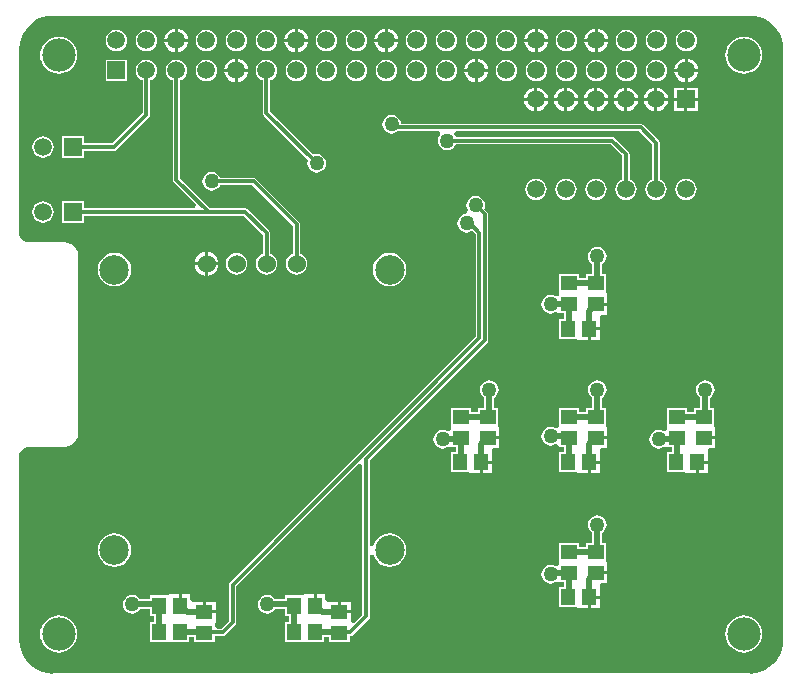
<source format=gbl>
G04 Layer_Physical_Order=2*
G04 Layer_Color=16711680*
%FSLAX25Y25*%
%MOIN*%
G70*
G01*
G75*
%ADD10R,0.05512X0.04724*%
%ADD11R,0.04724X0.05512*%
%ADD17C,0.02000*%
%ADD18C,0.01200*%
%ADD20C,0.11100*%
%ADD21C,0.05906*%
%ADD22R,0.05906X0.05906*%
%ADD23C,0.09843*%
%ADD24C,0.06000*%
%ADD25C,0.05906*%
%ADD26R,0.05906X0.05906*%
%ADD27C,0.05000*%
G36*
X232107Y13046D02*
X233822Y12635D01*
X235451Y11960D01*
X236954Y11039D01*
X238294Y9894D01*
X239439Y8554D01*
X240360Y7051D01*
X241035Y5422D01*
X241446Y3708D01*
X241576Y2061D01*
X241551Y2000D01*
Y-194800D01*
X241579Y-194869D01*
X241446Y-196565D01*
X241033Y-198287D01*
X240355Y-199923D01*
X239430Y-201433D01*
X238280Y-202780D01*
X236933Y-203930D01*
X235423Y-204855D01*
X233787Y-205533D01*
X232065Y-205946D01*
X230369Y-206079D01*
X230300Y-206051D01*
X-1900D01*
X-1969Y-206079D01*
X-3665Y-205946D01*
X-5387Y-205533D01*
X-7023Y-204855D01*
X-8533Y-203930D01*
X-9880Y-202780D01*
X-11030Y-201433D01*
X-11955Y-199923D01*
X-12632Y-198287D01*
X-13046Y-196565D01*
X-13179Y-194869D01*
X-13151Y-194800D01*
Y-133800D01*
X-13167Y-133760D01*
X-13065Y-132988D01*
X-12733Y-132186D01*
X-12204Y-131496D01*
X-11514Y-130967D01*
X-10712Y-130635D01*
X-9864Y-130523D01*
X-9800Y-130549D01*
X2000D01*
X2058Y-130525D01*
X3138Y-130383D01*
X4245Y-129925D01*
X5195Y-129195D01*
X5925Y-128245D01*
X6383Y-127138D01*
X6540Y-125950D01*
X6537Y-125930D01*
X6549Y-125900D01*
Y-66900D01*
X6537Y-66870D01*
X6540Y-66850D01*
X6383Y-65662D01*
X5925Y-64555D01*
X5195Y-63605D01*
X4245Y-62875D01*
X3138Y-62417D01*
X2058Y-62275D01*
X2000Y-62251D01*
X-9800D01*
X-9864Y-62277D01*
X-10712Y-62165D01*
X-11514Y-61833D01*
X-12204Y-61304D01*
X-12733Y-60614D01*
X-13065Y-59812D01*
X-13167Y-59040D01*
X-13151Y-59000D01*
Y2000D01*
X-13176Y2061D01*
X-13046Y3708D01*
X-12635Y5422D01*
X-11960Y7051D01*
X-11039Y8554D01*
X-9894Y9894D01*
X-8554Y11039D01*
X-7051Y11960D01*
X-5422Y12635D01*
X-3708Y13046D01*
X-1977Y13183D01*
X-1900Y13151D01*
X230300D01*
X230377Y13183D01*
X232107Y13046D01*
D02*
G37*
%LPC*%
G36*
X178600Y-15200D02*
X175179D01*
X175249Y-15732D01*
X175647Y-16693D01*
X176281Y-17519D01*
X177107Y-18153D01*
X178068Y-18551D01*
X178600Y-18621D01*
Y-15200D01*
D02*
G37*
G36*
X173021D02*
X169600D01*
Y-18621D01*
X170132Y-18551D01*
X171093Y-18153D01*
X171919Y-17519D01*
X172553Y-16693D01*
X172951Y-15732D01*
X173021Y-15200D01*
D02*
G37*
G36*
X168600D02*
X165179D01*
X165249Y-15732D01*
X165647Y-16693D01*
X166281Y-17519D01*
X167107Y-18153D01*
X168068Y-18551D01*
X168600Y-18621D01*
Y-15200D01*
D02*
G37*
G36*
X183021D02*
X179600D01*
Y-18621D01*
X180132Y-18551D01*
X181093Y-18153D01*
X181919Y-17519D01*
X182553Y-16693D01*
X182951Y-15732D01*
X183021Y-15200D01*
D02*
G37*
G36*
X198600D02*
X195179D01*
X195249Y-15732D01*
X195647Y-16693D01*
X196281Y-17519D01*
X197107Y-18153D01*
X198068Y-18551D01*
X198600Y-18621D01*
Y-15200D01*
D02*
G37*
G36*
X193021D02*
X189600D01*
Y-18621D01*
X190132Y-18551D01*
X191093Y-18153D01*
X191919Y-17519D01*
X192553Y-16693D01*
X192951Y-15732D01*
X193021Y-15200D01*
D02*
G37*
G36*
X188600D02*
X185179D01*
X185249Y-15732D01*
X185647Y-16693D01*
X186281Y-17519D01*
X187107Y-18153D01*
X188068Y-18551D01*
X188600Y-18621D01*
Y-15200D01*
D02*
G37*
G36*
X163021D02*
X159600D01*
Y-18621D01*
X160132Y-18551D01*
X161093Y-18153D01*
X161919Y-17519D01*
X162553Y-16693D01*
X162951Y-15732D01*
X163021Y-15200D01*
D02*
G37*
G36*
X-5200Y-27017D02*
X-6128Y-27139D01*
X-6992Y-27497D01*
X-7734Y-28066D01*
X-8303Y-28808D01*
X-8661Y-29673D01*
X-8783Y-30600D01*
X-8661Y-31527D01*
X-8303Y-32392D01*
X-7734Y-33134D01*
X-6992Y-33703D01*
X-6128Y-34061D01*
X-5200Y-34183D01*
X-4273Y-34061D01*
X-3408Y-33703D01*
X-2666Y-33134D01*
X-2097Y-32392D01*
X-1739Y-31527D01*
X-1617Y-30600D01*
X-1739Y-29673D01*
X-2097Y-28808D01*
X-2666Y-28066D01*
X-3408Y-27497D01*
X-4273Y-27139D01*
X-5200Y-27017D01*
D02*
G37*
G36*
X69200Y-1417D02*
X68273Y-1539D01*
X67408Y-1897D01*
X66666Y-2466D01*
X66097Y-3208D01*
X65739Y-4073D01*
X65617Y-5000D01*
X65739Y-5928D01*
X66097Y-6792D01*
X66666Y-7534D01*
X67408Y-8103D01*
X67976Y-8339D01*
Y-19200D01*
X68070Y-19668D01*
X68335Y-20065D01*
X83121Y-34851D01*
X82980Y-35191D01*
X82873Y-36000D01*
X82980Y-36809D01*
X83292Y-37563D01*
X83789Y-38211D01*
X84437Y-38708D01*
X85191Y-39020D01*
X86000Y-39127D01*
X86809Y-39020D01*
X87563Y-38708D01*
X88211Y-38211D01*
X88708Y-37563D01*
X89020Y-36809D01*
X89127Y-36000D01*
X89020Y-35191D01*
X88708Y-34437D01*
X88211Y-33789D01*
X87563Y-33292D01*
X86809Y-32980D01*
X86000Y-32873D01*
X85191Y-32980D01*
X84851Y-33121D01*
X70424Y-18693D01*
Y-8339D01*
X70992Y-8103D01*
X71734Y-7534D01*
X72303Y-6792D01*
X72661Y-5928D01*
X72783Y-5000D01*
X72661Y-4073D01*
X72303Y-3208D01*
X71734Y-2466D01*
X70992Y-1897D01*
X70127Y-1539D01*
X69200Y-1417D01*
D02*
G37*
G36*
X209100Y-41117D02*
X208173Y-41239D01*
X207308Y-41597D01*
X206566Y-42166D01*
X205997Y-42908D01*
X205639Y-43773D01*
X205517Y-44700D01*
X205639Y-45627D01*
X205997Y-46492D01*
X206566Y-47234D01*
X207308Y-47803D01*
X208173Y-48161D01*
X209100Y-48283D01*
X210027Y-48161D01*
X210892Y-47803D01*
X211634Y-47234D01*
X212203Y-46492D01*
X212561Y-45627D01*
X212683Y-44700D01*
X212561Y-43773D01*
X212203Y-42908D01*
X211634Y-42166D01*
X210892Y-41597D01*
X210027Y-41239D01*
X209100Y-41117D01*
D02*
G37*
G36*
X29200Y-1417D02*
X28273Y-1539D01*
X27408Y-1897D01*
X26666Y-2466D01*
X26097Y-3208D01*
X25739Y-4073D01*
X25617Y-5000D01*
X25739Y-5928D01*
X26097Y-6792D01*
X26666Y-7534D01*
X27408Y-8103D01*
X27977Y-8339D01*
Y-19293D01*
X17893Y-29377D01*
X8353D01*
Y-27047D01*
X1247D01*
Y-34153D01*
X8353D01*
Y-31824D01*
X18400D01*
X18868Y-31730D01*
X19265Y-31465D01*
X30065Y-20665D01*
X30330Y-20268D01*
X30424Y-19800D01*
Y-8339D01*
X30992Y-8103D01*
X31734Y-7534D01*
X32303Y-6792D01*
X32661Y-5928D01*
X32783Y-5000D01*
X32661Y-4073D01*
X32303Y-3208D01*
X31734Y-2466D01*
X30992Y-1897D01*
X30127Y-1539D01*
X29200Y-1417D01*
D02*
G37*
G36*
X158600Y-15200D02*
X155179D01*
X155249Y-15732D01*
X155647Y-16693D01*
X156281Y-17519D01*
X157107Y-18153D01*
X158068Y-18551D01*
X158600Y-18621D01*
Y-15200D01*
D02*
G37*
G36*
X213053D02*
X209600D01*
Y-18653D01*
X213053D01*
Y-15200D01*
D02*
G37*
G36*
X208600D02*
X205147D01*
Y-18653D01*
X208600D01*
Y-15200D01*
D02*
G37*
G36*
X199600Y-10779D02*
Y-14200D01*
X203021D01*
X202951Y-13668D01*
X202553Y-12707D01*
X201919Y-11881D01*
X201093Y-11247D01*
X200132Y-10849D01*
X199600Y-10779D01*
D02*
G37*
G36*
X198600D02*
X198068Y-10849D01*
X197107Y-11247D01*
X196281Y-11881D01*
X195647Y-12707D01*
X195249Y-13668D01*
X195179Y-14200D01*
X198600D01*
Y-10779D01*
D02*
G37*
G36*
X189600D02*
Y-14200D01*
X193021D01*
X192951Y-13668D01*
X192553Y-12707D01*
X191919Y-11881D01*
X191093Y-11247D01*
X190132Y-10849D01*
X189600Y-10779D01*
D02*
G37*
G36*
X208600Y-10747D02*
X205147D01*
Y-14200D01*
X208600D01*
Y-10747D01*
D02*
G37*
G36*
X63121Y-5500D02*
X59700D01*
Y-8921D01*
X60232Y-8851D01*
X61193Y-8453D01*
X62019Y-7819D01*
X62653Y-6993D01*
X63051Y-6032D01*
X63121Y-5500D01*
D02*
G37*
G36*
X58700D02*
X55279D01*
X55349Y-6032D01*
X55747Y-6993D01*
X56381Y-7819D01*
X57207Y-8453D01*
X58168Y-8851D01*
X58700Y-8921D01*
Y-5500D01*
D02*
G37*
G36*
X213053Y-10747D02*
X209600D01*
Y-14200D01*
X213053D01*
Y-10747D01*
D02*
G37*
G36*
X188600Y-10779D02*
X188068Y-10849D01*
X187107Y-11247D01*
X186281Y-11881D01*
X185647Y-12707D01*
X185249Y-13668D01*
X185179Y-14200D01*
X188600D01*
Y-10779D01*
D02*
G37*
G36*
X159600D02*
Y-14200D01*
X163021D01*
X162951Y-13668D01*
X162553Y-12707D01*
X161919Y-11881D01*
X161093Y-11247D01*
X160132Y-10849D01*
X159600Y-10779D01*
D02*
G37*
G36*
X158600D02*
X158068Y-10849D01*
X157107Y-11247D01*
X156281Y-11881D01*
X155647Y-12707D01*
X155249Y-13668D01*
X155179Y-14200D01*
X158600D01*
Y-10779D01*
D02*
G37*
G36*
X203021Y-15200D02*
X199600D01*
Y-18621D01*
X200132Y-18551D01*
X201093Y-18153D01*
X201919Y-17519D01*
X202553Y-16693D01*
X202951Y-15732D01*
X203021Y-15200D01*
D02*
G37*
G36*
X168600Y-10779D02*
X168068Y-10849D01*
X167107Y-11247D01*
X166281Y-11881D01*
X165647Y-12707D01*
X165249Y-13668D01*
X165179Y-14200D01*
X168600D01*
Y-10779D01*
D02*
G37*
G36*
X179600D02*
Y-14200D01*
X183021D01*
X182951Y-13668D01*
X182553Y-12707D01*
X181919Y-11881D01*
X181093Y-11247D01*
X180132Y-10849D01*
X179600Y-10779D01*
D02*
G37*
G36*
X178600D02*
X178068Y-10849D01*
X177107Y-11247D01*
X176281Y-11881D01*
X175647Y-12707D01*
X175249Y-13668D01*
X175179Y-14200D01*
X178600D01*
Y-10779D01*
D02*
G37*
G36*
X169600D02*
Y-14200D01*
X173021D01*
X172951Y-13668D01*
X172553Y-12707D01*
X171919Y-11881D01*
X171093Y-11247D01*
X170132Y-10849D01*
X169600Y-10779D01*
D02*
G37*
G36*
X216305Y-136100D02*
X213443D01*
Y-139356D01*
X216305D01*
Y-136100D01*
D02*
G37*
G36*
X180306D02*
X177443D01*
Y-139356D01*
X180306D01*
Y-136100D01*
D02*
G37*
G36*
X144306D02*
X141443D01*
Y-139356D01*
X144306D01*
Y-136100D01*
D02*
G37*
G36*
X143500Y-108373D02*
X142691Y-108480D01*
X141937Y-108792D01*
X141289Y-109289D01*
X140792Y-109937D01*
X140480Y-110691D01*
X140373Y-111500D01*
X140480Y-112309D01*
X140792Y-113063D01*
X141289Y-113711D01*
X141869Y-114156D01*
Y-117494D01*
X139744D01*
Y-118825D01*
X137556D01*
Y-117494D01*
X130844D01*
Y-123381D01*
X130844Y-123419D01*
Y-124581D01*
X130844Y-124619D01*
Y-124762D01*
X129644Y-125354D01*
X129563Y-125292D01*
X128809Y-124980D01*
X128000Y-124873D01*
X127191Y-124980D01*
X126437Y-125292D01*
X125789Y-125789D01*
X125292Y-126437D01*
X124980Y-127191D01*
X124873Y-128000D01*
X124980Y-128809D01*
X125292Y-129563D01*
X125789Y-130211D01*
X126437Y-130708D01*
X127191Y-131020D01*
X128000Y-131127D01*
X128809Y-131020D01*
X129563Y-130708D01*
X129688Y-130612D01*
X130844Y-130506D01*
X130844Y-130506D01*
X130844Y-130506D01*
X132569D01*
Y-132244D01*
X130894D01*
Y-138956D01*
X136547Y-138956D01*
X137581Y-139356D01*
X137853Y-139356D01*
X140443D01*
Y-135600D01*
X140943D01*
Y-135100D01*
X144306D01*
Y-131844D01*
X144937Y-130905D01*
X146856D01*
Y-128043D01*
X143100D01*
Y-127043D01*
X146856D01*
Y-124453D01*
X146856Y-124181D01*
X146456Y-123147D01*
X146456Y-122981D01*
Y-117494D01*
X145131D01*
Y-114156D01*
X145711Y-113711D01*
X146208Y-113063D01*
X146520Y-112309D01*
X146627Y-111500D01*
X146520Y-110691D01*
X146208Y-109937D01*
X145711Y-109289D01*
X145063Y-108792D01*
X144309Y-108480D01*
X143500Y-108373D01*
D02*
G37*
G36*
X180306Y-91600D02*
X177443D01*
Y-94856D01*
X180306D01*
Y-91600D01*
D02*
G37*
G36*
X215500Y-108373D02*
X214691Y-108480D01*
X213937Y-108792D01*
X213289Y-109289D01*
X212792Y-109937D01*
X212480Y-110691D01*
X212373Y-111500D01*
X212480Y-112309D01*
X212792Y-113063D01*
X213289Y-113711D01*
X213869Y-114156D01*
Y-117494D01*
X211744D01*
Y-118825D01*
X209556D01*
Y-117494D01*
X202844D01*
Y-123381D01*
X202844Y-123419D01*
Y-124581D01*
X202844Y-124619D01*
Y-124762D01*
X201644Y-125354D01*
X201563Y-125292D01*
X200809Y-124980D01*
X200000Y-124873D01*
X199191Y-124980D01*
X198437Y-125292D01*
X197789Y-125789D01*
X197292Y-126437D01*
X196980Y-127191D01*
X196873Y-128000D01*
X196980Y-128809D01*
X197292Y-129563D01*
X197789Y-130211D01*
X198437Y-130708D01*
X199191Y-131020D01*
X200000Y-131127D01*
X200809Y-131020D01*
X201563Y-130708D01*
X201688Y-130612D01*
X202844Y-130506D01*
X202844Y-130506D01*
X202844Y-130506D01*
X204569D01*
Y-132244D01*
X202894D01*
Y-138956D01*
X208547Y-138956D01*
X209581Y-139356D01*
X209853Y-139356D01*
X212443D01*
Y-135600D01*
X212943D01*
Y-135100D01*
X216305D01*
Y-132106D01*
X216305Y-131844D01*
X216937Y-130905D01*
X218856D01*
Y-128043D01*
X215100D01*
Y-127043D01*
X218856D01*
Y-124453D01*
X218856Y-124181D01*
X218456Y-123147D01*
X218456Y-122981D01*
Y-117494D01*
X217131D01*
Y-114156D01*
X217711Y-113711D01*
X218208Y-113063D01*
X218520Y-112309D01*
X218627Y-111500D01*
X218520Y-110691D01*
X218208Y-109937D01*
X217711Y-109289D01*
X217063Y-108792D01*
X216309Y-108480D01*
X215500Y-108373D01*
D02*
G37*
G36*
X179500D02*
X178691Y-108480D01*
X177937Y-108792D01*
X177289Y-109289D01*
X176792Y-109937D01*
X176480Y-110691D01*
X176373Y-111500D01*
X176480Y-112309D01*
X176792Y-113063D01*
X177289Y-113711D01*
X177869Y-114156D01*
Y-117494D01*
X175744D01*
Y-118825D01*
X173556D01*
Y-117494D01*
X166844D01*
Y-123381D01*
X166806Y-123693D01*
X166135Y-124269D01*
X165644Y-124354D01*
X165563Y-124292D01*
X164809Y-123980D01*
X164000Y-123873D01*
X163191Y-123980D01*
X162437Y-124292D01*
X161789Y-124789D01*
X161292Y-125437D01*
X160980Y-126191D01*
X160873Y-127000D01*
X160980Y-127809D01*
X161292Y-128563D01*
X161789Y-129211D01*
X162437Y-129708D01*
X163191Y-130020D01*
X164000Y-130127D01*
X164809Y-130020D01*
X165563Y-129708D01*
X165644Y-129646D01*
X166844Y-130238D01*
Y-130506D01*
X168569D01*
Y-132244D01*
X166894D01*
Y-138956D01*
X172547Y-138956D01*
X173581Y-139356D01*
X173853Y-139356D01*
X176443D01*
Y-135600D01*
X176943D01*
Y-135100D01*
X180306D01*
Y-131844D01*
X180937Y-130905D01*
X182856D01*
Y-128043D01*
X179100D01*
Y-127043D01*
X182856D01*
Y-124453D01*
X182856Y-124181D01*
X182456Y-123147D01*
X182456Y-122981D01*
Y-117494D01*
X181131D01*
Y-114156D01*
X181711Y-113711D01*
X182208Y-113063D01*
X182520Y-112309D01*
X182627Y-111500D01*
X182520Y-110691D01*
X182208Y-109937D01*
X181711Y-109289D01*
X181063Y-108792D01*
X180309Y-108480D01*
X179500Y-108373D01*
D02*
G37*
G36*
Y-153373D02*
X178691Y-153480D01*
X177937Y-153792D01*
X177289Y-154289D01*
X176792Y-154937D01*
X176480Y-155691D01*
X176373Y-156500D01*
X176480Y-157309D01*
X176792Y-158063D01*
X177289Y-158711D01*
X177869Y-159156D01*
Y-162495D01*
X175744D01*
Y-163825D01*
X173556D01*
Y-162495D01*
X166844D01*
Y-168381D01*
X166844Y-168419D01*
Y-169581D01*
X166844Y-169619D01*
Y-169762D01*
X165644Y-170354D01*
X165563Y-170292D01*
X164809Y-169980D01*
X164000Y-169873D01*
X163191Y-169980D01*
X162437Y-170292D01*
X161789Y-170789D01*
X161292Y-171437D01*
X160980Y-172191D01*
X160873Y-173000D01*
X160980Y-173809D01*
X161292Y-174563D01*
X161789Y-175211D01*
X162437Y-175708D01*
X163191Y-176020D01*
X164000Y-176127D01*
X164809Y-176020D01*
X165563Y-175708D01*
X165688Y-175612D01*
X166844Y-175505D01*
X166844Y-175505D01*
X166844Y-175505D01*
X168569D01*
Y-177244D01*
X166894D01*
Y-183956D01*
X172547Y-183956D01*
X173581Y-184356D01*
X173853Y-184356D01*
X176443D01*
Y-180600D01*
X176943D01*
Y-180100D01*
X180306D01*
Y-176844D01*
X180937Y-175906D01*
X182856D01*
Y-173043D01*
X179100D01*
Y-172043D01*
X182856D01*
Y-169453D01*
X182856Y-169181D01*
X182456Y-168147D01*
X182456Y-167981D01*
Y-162495D01*
X181131D01*
Y-159156D01*
X181711Y-158711D01*
X182208Y-158063D01*
X182520Y-157309D01*
X182627Y-156500D01*
X182520Y-155691D01*
X182208Y-154937D01*
X181711Y-154289D01*
X181063Y-153792D01*
X180309Y-153480D01*
X179500Y-153373D01*
D02*
G37*
G36*
X49100Y-182194D02*
Y-185057D01*
X52356D01*
Y-182194D01*
X49100D01*
D02*
G37*
G36*
X228400Y-186720D02*
X227194Y-186839D01*
X226035Y-187191D01*
X224967Y-187762D01*
X224030Y-188530D01*
X223262Y-189467D01*
X222691Y-190535D01*
X222339Y-191694D01*
X222220Y-192900D01*
X222339Y-194106D01*
X222691Y-195265D01*
X223262Y-196333D01*
X224030Y-197270D01*
X224967Y-198038D01*
X226035Y-198609D01*
X227194Y-198961D01*
X228400Y-199080D01*
X229606Y-198961D01*
X230765Y-198609D01*
X231833Y-198038D01*
X232770Y-197270D01*
X233538Y-196333D01*
X234109Y-195265D01*
X234461Y-194106D01*
X234580Y-192900D01*
X234461Y-191694D01*
X234109Y-190535D01*
X233538Y-189467D01*
X232770Y-188530D01*
X231833Y-187762D01*
X230765Y-187191D01*
X229606Y-186839D01*
X228400Y-186720D01*
D02*
G37*
G36*
X0D02*
X-1206Y-186839D01*
X-2365Y-187191D01*
X-3433Y-187762D01*
X-4370Y-188530D01*
X-5138Y-189467D01*
X-5709Y-190535D01*
X-6061Y-191694D01*
X-6180Y-192900D01*
X-6061Y-194106D01*
X-5709Y-195265D01*
X-5138Y-196333D01*
X-4370Y-197270D01*
X-3433Y-198038D01*
X-2365Y-198609D01*
X-1206Y-198961D01*
X0Y-199080D01*
X1206Y-198961D01*
X2365Y-198609D01*
X3433Y-198038D01*
X4370Y-197270D01*
X5138Y-196333D01*
X5709Y-195265D01*
X6061Y-194106D01*
X6180Y-192900D01*
X6061Y-191694D01*
X5709Y-190535D01*
X5138Y-189467D01*
X4370Y-188530D01*
X3433Y-187762D01*
X2365Y-187191D01*
X1206Y-186839D01*
X0Y-186720D01*
D02*
G37*
G36*
X94100Y-182194D02*
Y-185057D01*
X97356D01*
Y-182194D01*
X94100D01*
D02*
G37*
G36*
X139000Y-46873D02*
X138191Y-46980D01*
X137437Y-47292D01*
X136789Y-47789D01*
X136292Y-48437D01*
X135980Y-49191D01*
X135873Y-50000D01*
X135980Y-50809D01*
X136292Y-51563D01*
X136410Y-51717D01*
X136184Y-52355D01*
X135804Y-52899D01*
X135191Y-52980D01*
X134437Y-53292D01*
X133789Y-53789D01*
X133292Y-54437D01*
X132980Y-55191D01*
X132873Y-56000D01*
X132980Y-56809D01*
X133292Y-57563D01*
X133789Y-58211D01*
X134437Y-58708D01*
X135191Y-59020D01*
X136000Y-59127D01*
X136809Y-59020D01*
X137563Y-58708D01*
X137798Y-58528D01*
X138977Y-59707D01*
Y-93748D01*
X57135Y-175589D01*
X56870Y-175986D01*
X56776Y-176454D01*
Y-188493D01*
X54193Y-191077D01*
X52804D01*
X51956Y-190228D01*
X51956Y-189953D01*
X52356Y-188919D01*
X52356Y-188647D01*
Y-186057D01*
X48600D01*
Y-185557D01*
X48100D01*
Y-182194D01*
X44844D01*
X43905Y-181563D01*
Y-179644D01*
X41043D01*
Y-183400D01*
X40043D01*
Y-179644D01*
X37453D01*
X37181Y-179644D01*
X36147Y-180044D01*
X35981Y-180044D01*
X30494D01*
Y-181369D01*
X27156D01*
X26711Y-180789D01*
X26063Y-180292D01*
X25309Y-179980D01*
X24500Y-179873D01*
X23691Y-179980D01*
X22937Y-180292D01*
X22289Y-180789D01*
X21792Y-181437D01*
X21480Y-182191D01*
X21373Y-183000D01*
X21480Y-183809D01*
X21792Y-184563D01*
X22289Y-185211D01*
X22937Y-185708D01*
X23691Y-186020D01*
X24500Y-186127D01*
X25309Y-186020D01*
X26063Y-185708D01*
X26711Y-185211D01*
X27156Y-184631D01*
X30494D01*
Y-186756D01*
X31825D01*
Y-188944D01*
X30494D01*
Y-195656D01*
X36381D01*
X36419Y-195656D01*
X37581D01*
X37619Y-195656D01*
X43505D01*
Y-193931D01*
X45244D01*
Y-195606D01*
X51956D01*
Y-193524D01*
X54700D01*
X55168Y-193430D01*
X55565Y-193165D01*
X58865Y-189865D01*
X59130Y-189468D01*
X59224Y-189000D01*
Y-176961D01*
X100168Y-136017D01*
X101277Y-136476D01*
Y-186493D01*
X98347Y-189422D01*
X97356Y-188717D01*
X97356Y-188647D01*
Y-186057D01*
X93600D01*
Y-185557D01*
X93100D01*
Y-182194D01*
X89844D01*
X88906Y-181563D01*
Y-179644D01*
X86043D01*
Y-183400D01*
X85043D01*
Y-179644D01*
X82453D01*
X82181Y-179644D01*
X81147Y-180044D01*
X80981Y-180044D01*
X75494D01*
Y-181369D01*
X72156D01*
X71711Y-180789D01*
X71063Y-180292D01*
X70309Y-179980D01*
X69500Y-179873D01*
X68691Y-179980D01*
X67937Y-180292D01*
X67289Y-180789D01*
X66792Y-181437D01*
X66480Y-182191D01*
X66373Y-183000D01*
X66480Y-183809D01*
X66792Y-184563D01*
X67289Y-185211D01*
X67937Y-185708D01*
X68691Y-186020D01*
X69500Y-186127D01*
X70309Y-186020D01*
X71063Y-185708D01*
X71711Y-185211D01*
X72156Y-184631D01*
X75494D01*
Y-186756D01*
X76825D01*
Y-188944D01*
X75494D01*
Y-195656D01*
X81381D01*
X81419Y-195656D01*
X82581D01*
X82619Y-195656D01*
X88506D01*
Y-193931D01*
X90244D01*
Y-195606D01*
X96956D01*
Y-193524D01*
X97200D01*
X97668Y-193430D01*
X98065Y-193165D01*
X103365Y-187865D01*
X103630Y-187468D01*
X103724Y-187000D01*
Y-166418D01*
X104923Y-166340D01*
X104927Y-166367D01*
X105483Y-167710D01*
X106369Y-168864D01*
X107522Y-169749D01*
X108865Y-170305D01*
X110306Y-170495D01*
X111748Y-170305D01*
X113091Y-169749D01*
X114244Y-168864D01*
X115129Y-167710D01*
X115685Y-166367D01*
X115875Y-164926D01*
X115685Y-163485D01*
X115129Y-162142D01*
X114244Y-160988D01*
X113091Y-160103D01*
X111748Y-159547D01*
X110306Y-159357D01*
X108865Y-159547D01*
X107522Y-160103D01*
X106369Y-160988D01*
X105483Y-162142D01*
X104927Y-163485D01*
X104923Y-163512D01*
X103724Y-163434D01*
Y-135007D01*
X142865Y-95865D01*
X143130Y-95468D01*
X143224Y-95000D01*
Y-53000D01*
X143130Y-52532D01*
X142865Y-52135D01*
X141879Y-51149D01*
X142020Y-50809D01*
X142127Y-50000D01*
X142020Y-49191D01*
X141708Y-48437D01*
X141211Y-47789D01*
X140563Y-47292D01*
X139809Y-46980D01*
X139000Y-46873D01*
D02*
G37*
G36*
X18574Y-159357D02*
X17133Y-159547D01*
X15790Y-160103D01*
X14636Y-160988D01*
X13751Y-162142D01*
X13195Y-163485D01*
X13005Y-164926D01*
X13195Y-166367D01*
X13751Y-167710D01*
X14636Y-168864D01*
X15790Y-169749D01*
X17133Y-170305D01*
X18574Y-170495D01*
X20015Y-170305D01*
X21359Y-169749D01*
X22512Y-168864D01*
X23397Y-167710D01*
X23953Y-166367D01*
X24143Y-164926D01*
X23953Y-163485D01*
X23397Y-162142D01*
X22512Y-160988D01*
X21359Y-160103D01*
X20015Y-159547D01*
X18574Y-159357D01*
D02*
G37*
G36*
X180306Y-181100D02*
X177443D01*
Y-184356D01*
X180306D01*
Y-181100D01*
D02*
G37*
G36*
X39200Y-1417D02*
X38273Y-1539D01*
X37408Y-1897D01*
X36666Y-2466D01*
X36097Y-3208D01*
X35739Y-4073D01*
X35617Y-5000D01*
X35739Y-5928D01*
X36097Y-6792D01*
X36666Y-7534D01*
X37408Y-8103D01*
X37977Y-8339D01*
Y-41400D01*
X38070Y-41868D01*
X38335Y-42265D01*
X45937Y-49868D01*
X45478Y-50977D01*
X8353D01*
Y-48647D01*
X1247D01*
Y-55753D01*
X8353D01*
Y-53424D01*
X61693D01*
X68059Y-59790D01*
Y-66064D01*
X67467Y-66309D01*
X66715Y-66886D01*
X66138Y-67638D01*
X65775Y-68514D01*
X65652Y-69454D01*
X65775Y-70393D01*
X66138Y-71269D01*
X66715Y-72021D01*
X67467Y-72598D01*
X68343Y-72961D01*
X69283Y-73085D01*
X70223Y-72961D01*
X71098Y-72598D01*
X71850Y-72021D01*
X72427Y-71269D01*
X72790Y-70393D01*
X72914Y-69454D01*
X72790Y-68514D01*
X72427Y-67638D01*
X71850Y-66886D01*
X71098Y-66309D01*
X70506Y-66064D01*
Y-59283D01*
X70413Y-58815D01*
X70148Y-58417D01*
X63065Y-51335D01*
X62668Y-51070D01*
X62200Y-50977D01*
X50507D01*
X40424Y-40893D01*
Y-8339D01*
X40992Y-8103D01*
X41734Y-7534D01*
X42303Y-6792D01*
X42661Y-5928D01*
X42783Y-5000D01*
X42661Y-4073D01*
X42303Y-3208D01*
X41734Y-2466D01*
X40992Y-1897D01*
X40127Y-1539D01*
X39200Y-1417D01*
D02*
G37*
G36*
X-5200Y-48617D02*
X-6128Y-48739D01*
X-6992Y-49097D01*
X-7734Y-49666D01*
X-8303Y-50408D01*
X-8661Y-51273D01*
X-8783Y-52200D01*
X-8661Y-53127D01*
X-8303Y-53992D01*
X-7734Y-54734D01*
X-6992Y-55303D01*
X-6128Y-55661D01*
X-5200Y-55783D01*
X-4273Y-55661D01*
X-3408Y-55303D01*
X-2666Y-54734D01*
X-2097Y-53992D01*
X-1739Y-53127D01*
X-1617Y-52200D01*
X-1739Y-51273D01*
X-2097Y-50408D01*
X-2666Y-49666D01*
X-3408Y-49097D01*
X-4273Y-48739D01*
X-5200Y-48617D01*
D02*
G37*
G36*
X49783Y-65485D02*
Y-68954D01*
X53251D01*
X53180Y-68409D01*
X52777Y-67436D01*
X52135Y-66601D01*
X51300Y-65960D01*
X50327Y-65557D01*
X49783Y-65485D01*
D02*
G37*
G36*
X159100Y-41117D02*
X158173Y-41239D01*
X157308Y-41597D01*
X156566Y-42166D01*
X155997Y-42908D01*
X155639Y-43773D01*
X155517Y-44700D01*
X155639Y-45627D01*
X155997Y-46492D01*
X156566Y-47234D01*
X157308Y-47803D01*
X158173Y-48161D01*
X159100Y-48283D01*
X160027Y-48161D01*
X160892Y-47803D01*
X161634Y-47234D01*
X162203Y-46492D01*
X162561Y-45627D01*
X162683Y-44700D01*
X162561Y-43773D01*
X162203Y-42908D01*
X161634Y-42166D01*
X160892Y-41597D01*
X160027Y-41239D01*
X159100Y-41117D01*
D02*
G37*
G36*
X111000Y-19873D02*
X110191Y-19980D01*
X109437Y-20292D01*
X108789Y-20789D01*
X108292Y-21437D01*
X107980Y-22191D01*
X107873Y-23000D01*
X107980Y-23809D01*
X108292Y-24563D01*
X108789Y-25211D01*
X109437Y-25708D01*
X110191Y-26020D01*
X111000Y-26127D01*
X111809Y-26020D01*
X112563Y-25708D01*
X113195Y-25223D01*
X126707D01*
X127063Y-25876D01*
X127186Y-26423D01*
X126792Y-26937D01*
X126480Y-27691D01*
X126373Y-28500D01*
X126480Y-29309D01*
X126792Y-30063D01*
X127289Y-30711D01*
X127937Y-31208D01*
X128691Y-31520D01*
X129500Y-31627D01*
X130309Y-31520D01*
X131063Y-31208D01*
X131711Y-30711D01*
X132208Y-30063D01*
X132349Y-29724D01*
X184093D01*
X187876Y-33507D01*
Y-41361D01*
X187308Y-41597D01*
X186566Y-42166D01*
X185997Y-42908D01*
X185639Y-43773D01*
X185517Y-44700D01*
X185639Y-45627D01*
X185997Y-46492D01*
X186566Y-47234D01*
X187308Y-47803D01*
X188173Y-48161D01*
X189100Y-48283D01*
X190027Y-48161D01*
X190892Y-47803D01*
X191634Y-47234D01*
X192203Y-46492D01*
X192561Y-45627D01*
X192683Y-44700D01*
X192561Y-43773D01*
X192203Y-42908D01*
X191634Y-42166D01*
X190892Y-41597D01*
X190323Y-41361D01*
Y-33000D01*
X190230Y-32532D01*
X189965Y-32135D01*
X185465Y-27635D01*
X185068Y-27370D01*
X184600Y-27277D01*
X132570D01*
X131845Y-26285D01*
X131937Y-25876D01*
X132293Y-25223D01*
X193493D01*
X197877Y-29607D01*
Y-41361D01*
X197308Y-41597D01*
X196566Y-42166D01*
X195997Y-42908D01*
X195639Y-43773D01*
X195517Y-44700D01*
X195639Y-45627D01*
X195997Y-46492D01*
X196566Y-47234D01*
X197308Y-47803D01*
X198173Y-48161D01*
X199100Y-48283D01*
X200027Y-48161D01*
X200892Y-47803D01*
X201634Y-47234D01*
X202203Y-46492D01*
X202561Y-45627D01*
X202683Y-44700D01*
X202561Y-43773D01*
X202203Y-42908D01*
X201634Y-42166D01*
X200892Y-41597D01*
X200324Y-41361D01*
Y-29100D01*
X200230Y-28632D01*
X199965Y-28235D01*
X194865Y-23135D01*
X194468Y-22870D01*
X194000Y-22776D01*
X114097D01*
X114020Y-22191D01*
X113708Y-21437D01*
X113211Y-20789D01*
X112563Y-20292D01*
X111809Y-19980D01*
X111000Y-19873D01*
D02*
G37*
G36*
X179100Y-41117D02*
X178173Y-41239D01*
X177308Y-41597D01*
X176566Y-42166D01*
X175997Y-42908D01*
X175639Y-43773D01*
X175517Y-44700D01*
X175639Y-45627D01*
X175997Y-46492D01*
X176566Y-47234D01*
X177308Y-47803D01*
X178173Y-48161D01*
X179100Y-48283D01*
X180027Y-48161D01*
X180892Y-47803D01*
X181634Y-47234D01*
X182203Y-46492D01*
X182561Y-45627D01*
X182683Y-44700D01*
X182561Y-43773D01*
X182203Y-42908D01*
X181634Y-42166D01*
X180892Y-41597D01*
X180027Y-41239D01*
X179100Y-41117D01*
D02*
G37*
G36*
X169100D02*
X168173Y-41239D01*
X167308Y-41597D01*
X166566Y-42166D01*
X165997Y-42908D01*
X165639Y-43773D01*
X165517Y-44700D01*
X165639Y-45627D01*
X165997Y-46492D01*
X166566Y-47234D01*
X167308Y-47803D01*
X168173Y-48161D01*
X169100Y-48283D01*
X170027Y-48161D01*
X170892Y-47803D01*
X171634Y-47234D01*
X172203Y-46492D01*
X172561Y-45627D01*
X172683Y-44700D01*
X172561Y-43773D01*
X172203Y-42908D01*
X171634Y-42166D01*
X170892Y-41597D01*
X170027Y-41239D01*
X169100Y-41117D01*
D02*
G37*
G36*
X48783Y-65485D02*
X48239Y-65557D01*
X47265Y-65960D01*
X46430Y-66601D01*
X45789Y-67436D01*
X45386Y-68409D01*
X45314Y-68954D01*
X48783D01*
Y-65485D01*
D02*
G37*
G36*
X179500Y-63873D02*
X178691Y-63980D01*
X177937Y-64292D01*
X177289Y-64789D01*
X176792Y-65437D01*
X176480Y-66191D01*
X176373Y-67000D01*
X176480Y-67809D01*
X176792Y-68563D01*
X177289Y-69211D01*
X177869Y-69656D01*
Y-72995D01*
X175744D01*
Y-74325D01*
X173556D01*
Y-72995D01*
X166844D01*
Y-78881D01*
X166844Y-78919D01*
Y-80081D01*
X165644Y-80354D01*
X165563Y-80292D01*
X164809Y-79980D01*
X164000Y-79873D01*
X163191Y-79980D01*
X162437Y-80292D01*
X161789Y-80789D01*
X161292Y-81437D01*
X160980Y-82191D01*
X160873Y-83000D01*
X160980Y-83809D01*
X161292Y-84563D01*
X161789Y-85211D01*
X162437Y-85708D01*
X163191Y-86020D01*
X164000Y-86127D01*
X164809Y-86020D01*
X165563Y-85708D01*
X165644Y-85646D01*
X166844Y-86006D01*
Y-86006D01*
X166844Y-86006D01*
X168569D01*
Y-87744D01*
X166894D01*
Y-94456D01*
X172547Y-94456D01*
X173581Y-94856D01*
X173853Y-94856D01*
X176443D01*
Y-91100D01*
X176943D01*
Y-90600D01*
X180306D01*
Y-87344D01*
X180937Y-86405D01*
X182856D01*
Y-83543D01*
X179100D01*
Y-82543D01*
X182856D01*
Y-79953D01*
X182856Y-79681D01*
X182456Y-78647D01*
X182456Y-78481D01*
Y-72995D01*
X181131D01*
Y-69656D01*
X181711Y-69211D01*
X182208Y-68563D01*
X182520Y-67809D01*
X182627Y-67000D01*
X182520Y-66191D01*
X182208Y-65437D01*
X181711Y-64789D01*
X181063Y-64292D01*
X180309Y-63980D01*
X179500Y-63873D01*
D02*
G37*
G36*
X110306Y-65853D02*
X108865Y-66043D01*
X107522Y-66599D01*
X106369Y-67484D01*
X105483Y-68638D01*
X104927Y-69981D01*
X104737Y-71422D01*
X104927Y-72863D01*
X105483Y-74207D01*
X106369Y-75360D01*
X107522Y-76245D01*
X108865Y-76801D01*
X110306Y-76991D01*
X111748Y-76801D01*
X113091Y-76245D01*
X114244Y-75360D01*
X115129Y-74207D01*
X115685Y-72863D01*
X115875Y-71422D01*
X115685Y-69981D01*
X115129Y-68638D01*
X114244Y-67484D01*
X113091Y-66599D01*
X111748Y-66043D01*
X110306Y-65853D01*
D02*
G37*
G36*
X18574D02*
X17133Y-66043D01*
X15790Y-66599D01*
X14636Y-67484D01*
X13751Y-68638D01*
X13195Y-69981D01*
X13005Y-71422D01*
X13195Y-72863D01*
X13751Y-74207D01*
X14636Y-75360D01*
X15790Y-76245D01*
X17133Y-76801D01*
X18574Y-76991D01*
X20015Y-76801D01*
X21359Y-76245D01*
X22512Y-75360D01*
X23397Y-74207D01*
X23953Y-72863D01*
X24143Y-71422D01*
X23953Y-69981D01*
X23397Y-68638D01*
X22512Y-67484D01*
X21359Y-66599D01*
X20015Y-66043D01*
X18574Y-65853D01*
D02*
G37*
G36*
X48783Y-69954D02*
X45314D01*
X45386Y-70498D01*
X45789Y-71471D01*
X46430Y-72306D01*
X47265Y-72948D01*
X48239Y-73351D01*
X48783Y-73422D01*
Y-69954D01*
D02*
G37*
G36*
X51000Y-38873D02*
X50191Y-38980D01*
X49437Y-39292D01*
X48789Y-39789D01*
X48292Y-40437D01*
X47980Y-41191D01*
X47873Y-42000D01*
X47980Y-42809D01*
X48292Y-43563D01*
X48789Y-44211D01*
X49437Y-44708D01*
X50191Y-45020D01*
X51000Y-45127D01*
X51809Y-45020D01*
X52563Y-44708D01*
X53211Y-44211D01*
X53708Y-43563D01*
X53849Y-43224D01*
X64493D01*
X78059Y-56789D01*
Y-66064D01*
X77467Y-66309D01*
X76715Y-66886D01*
X76138Y-67638D01*
X75775Y-68514D01*
X75652Y-69454D01*
X75775Y-70393D01*
X76138Y-71269D01*
X76715Y-72021D01*
X77467Y-72598D01*
X78343Y-72961D01*
X79283Y-73085D01*
X80222Y-72961D01*
X81098Y-72598D01*
X81850Y-72021D01*
X82427Y-71269D01*
X82790Y-70393D01*
X82914Y-69454D01*
X82790Y-68514D01*
X82427Y-67638D01*
X81850Y-66886D01*
X81098Y-66309D01*
X80506Y-66064D01*
Y-56283D01*
X80413Y-55814D01*
X80148Y-55418D01*
X65865Y-41135D01*
X65468Y-40870D01*
X65000Y-40777D01*
X53849D01*
X53708Y-40437D01*
X53211Y-39789D01*
X52563Y-39292D01*
X51809Y-38980D01*
X51000Y-38873D01*
D02*
G37*
G36*
X59283Y-65822D02*
X58343Y-65946D01*
X57467Y-66309D01*
X56715Y-66886D01*
X56138Y-67638D01*
X55775Y-68514D01*
X55652Y-69454D01*
X55775Y-70393D01*
X56138Y-71269D01*
X56715Y-72021D01*
X57467Y-72598D01*
X58343Y-72961D01*
X59283Y-73085D01*
X60223Y-72961D01*
X61098Y-72598D01*
X61850Y-72021D01*
X62427Y-71269D01*
X62790Y-70393D01*
X62914Y-69454D01*
X62790Y-68514D01*
X62427Y-67638D01*
X61850Y-66886D01*
X61098Y-66309D01*
X60223Y-65946D01*
X59283Y-65822D01*
D02*
G37*
G36*
X53251Y-69954D02*
X49783D01*
Y-73422D01*
X50327Y-73351D01*
X51300Y-72948D01*
X52135Y-72306D01*
X52777Y-71471D01*
X53180Y-70498D01*
X53251Y-69954D01*
D02*
G37*
G36*
X138700Y-5500D02*
X135279D01*
X135349Y-6032D01*
X135747Y-6993D01*
X136381Y-7819D01*
X137207Y-8453D01*
X138168Y-8851D01*
X138700Y-8921D01*
Y-5500D01*
D02*
G37*
G36*
X89200Y8583D02*
X88273Y8461D01*
X87408Y8103D01*
X86666Y7534D01*
X86097Y6792D01*
X85739Y5928D01*
X85617Y5000D01*
X85739Y4073D01*
X86097Y3208D01*
X86666Y2466D01*
X87408Y1897D01*
X88273Y1539D01*
X89200Y1417D01*
X90127Y1539D01*
X90992Y1897D01*
X91734Y2466D01*
X92303Y3208D01*
X92661Y4073D01*
X92783Y5000D01*
X92661Y5928D01*
X92303Y6792D01*
X91734Y7534D01*
X90992Y8103D01*
X90127Y8461D01*
X89200Y8583D01*
D02*
G37*
G36*
X69200D02*
X68273Y8461D01*
X67408Y8103D01*
X66666Y7534D01*
X66097Y6792D01*
X65739Y5928D01*
X65617Y5000D01*
X65739Y4073D01*
X66097Y3208D01*
X66666Y2466D01*
X67408Y1897D01*
X68273Y1539D01*
X69200Y1417D01*
X70127Y1539D01*
X70992Y1897D01*
X71734Y2466D01*
X72303Y3208D01*
X72661Y4073D01*
X72783Y5000D01*
X72661Y5928D01*
X72303Y6792D01*
X71734Y7534D01*
X70992Y8103D01*
X70127Y8461D01*
X69200Y8583D01*
D02*
G37*
G36*
X59200D02*
X58273Y8461D01*
X57408Y8103D01*
X56666Y7534D01*
X56097Y6792D01*
X55739Y5928D01*
X55617Y5000D01*
X55739Y4073D01*
X56097Y3208D01*
X56666Y2466D01*
X57408Y1897D01*
X58273Y1539D01*
X59200Y1417D01*
X60127Y1539D01*
X60992Y1897D01*
X61734Y2466D01*
X62303Y3208D01*
X62661Y4073D01*
X62783Y5000D01*
X62661Y5928D01*
X62303Y6792D01*
X61734Y7534D01*
X60992Y8103D01*
X60127Y8461D01*
X59200Y8583D01*
D02*
G37*
G36*
X99200D02*
X98273Y8461D01*
X97408Y8103D01*
X96666Y7534D01*
X96097Y6792D01*
X95739Y5928D01*
X95617Y5000D01*
X95739Y4073D01*
X96097Y3208D01*
X96666Y2466D01*
X97408Y1897D01*
X98273Y1539D01*
X99200Y1417D01*
X100127Y1539D01*
X100992Y1897D01*
X101734Y2466D01*
X102303Y3208D01*
X102661Y4073D01*
X102783Y5000D01*
X102661Y5928D01*
X102303Y6792D01*
X101734Y7534D01*
X100992Y8103D01*
X100127Y8461D01*
X99200Y8583D01*
D02*
G37*
G36*
X139200D02*
X138273Y8461D01*
X137408Y8103D01*
X136666Y7534D01*
X136097Y6792D01*
X135739Y5928D01*
X135617Y5000D01*
X135739Y4073D01*
X136097Y3208D01*
X136666Y2466D01*
X137408Y1897D01*
X138273Y1539D01*
X139200Y1417D01*
X140127Y1539D01*
X140992Y1897D01*
X141734Y2466D01*
X142303Y3208D01*
X142661Y4073D01*
X142783Y5000D01*
X142661Y5928D01*
X142303Y6792D01*
X141734Y7534D01*
X140992Y8103D01*
X140127Y8461D01*
X139200Y8583D01*
D02*
G37*
G36*
X129200D02*
X128273Y8461D01*
X127408Y8103D01*
X126666Y7534D01*
X126097Y6792D01*
X125739Y5928D01*
X125617Y5000D01*
X125739Y4073D01*
X126097Y3208D01*
X126666Y2466D01*
X127408Y1897D01*
X128273Y1539D01*
X129200Y1417D01*
X130127Y1539D01*
X130992Y1897D01*
X131734Y2466D01*
X132303Y3208D01*
X132661Y4073D01*
X132783Y5000D01*
X132661Y5928D01*
X132303Y6792D01*
X131734Y7534D01*
X130992Y8103D01*
X130127Y8461D01*
X129200Y8583D01*
D02*
G37*
G36*
X119200D02*
X118273Y8461D01*
X117408Y8103D01*
X116666Y7534D01*
X116097Y6792D01*
X115739Y5928D01*
X115617Y5000D01*
X115739Y4073D01*
X116097Y3208D01*
X116666Y2466D01*
X117408Y1897D01*
X118273Y1539D01*
X119200Y1417D01*
X120127Y1539D01*
X120992Y1897D01*
X121734Y2466D01*
X122303Y3208D01*
X122661Y4073D01*
X122783Y5000D01*
X122661Y5928D01*
X122303Y6792D01*
X121734Y7534D01*
X120992Y8103D01*
X120127Y8461D01*
X119200Y8583D01*
D02*
G37*
G36*
X49200D02*
X48273Y8461D01*
X47408Y8103D01*
X46666Y7534D01*
X46097Y6792D01*
X45739Y5928D01*
X45617Y5000D01*
X45739Y4073D01*
X46097Y3208D01*
X46666Y2466D01*
X47408Y1897D01*
X48273Y1539D01*
X49200Y1417D01*
X50127Y1539D01*
X50992Y1897D01*
X51734Y2466D01*
X52303Y3208D01*
X52661Y4073D01*
X52783Y5000D01*
X52661Y5928D01*
X52303Y6792D01*
X51734Y7534D01*
X50992Y8103D01*
X50127Y8461D01*
X49200Y8583D01*
D02*
G37*
G36*
X163121Y4500D02*
X159700D01*
Y1079D01*
X160232Y1149D01*
X161193Y1547D01*
X162019Y2181D01*
X162653Y3007D01*
X163051Y3968D01*
X163121Y4500D01*
D02*
G37*
G36*
X158700D02*
X155279D01*
X155349Y3968D01*
X155747Y3007D01*
X156381Y2181D01*
X157207Y1547D01*
X158168Y1149D01*
X158700Y1079D01*
Y4500D01*
D02*
G37*
G36*
X113121D02*
X109700D01*
Y1079D01*
X110232Y1149D01*
X111193Y1547D01*
X112019Y2181D01*
X112653Y3007D01*
X113051Y3968D01*
X113121Y4500D01*
D02*
G37*
G36*
X178700D02*
X175279D01*
X175349Y3968D01*
X175747Y3007D01*
X176381Y2181D01*
X177207Y1547D01*
X178168Y1149D01*
X178700Y1079D01*
Y4500D01*
D02*
G37*
G36*
X29200Y8583D02*
X28273Y8461D01*
X27408Y8103D01*
X26666Y7534D01*
X26097Y6792D01*
X25739Y5928D01*
X25617Y5000D01*
X25739Y4073D01*
X26097Y3208D01*
X26666Y2466D01*
X27408Y1897D01*
X28273Y1539D01*
X29200Y1417D01*
X30127Y1539D01*
X30992Y1897D01*
X31734Y2466D01*
X32303Y3208D01*
X32661Y4073D01*
X32783Y5000D01*
X32661Y5928D01*
X32303Y6792D01*
X31734Y7534D01*
X30992Y8103D01*
X30127Y8461D01*
X29200Y8583D01*
D02*
G37*
G36*
X19200D02*
X18273Y8461D01*
X17408Y8103D01*
X16666Y7534D01*
X16097Y6792D01*
X15739Y5928D01*
X15617Y5000D01*
X15739Y4073D01*
X16097Y3208D01*
X16666Y2466D01*
X17408Y1897D01*
X18273Y1539D01*
X19200Y1417D01*
X20127Y1539D01*
X20992Y1897D01*
X21734Y2466D01*
X22303Y3208D01*
X22661Y4073D01*
X22783Y5000D01*
X22661Y5928D01*
X22303Y6792D01*
X21734Y7534D01*
X20992Y8103D01*
X20127Y8461D01*
X19200Y8583D01*
D02*
G37*
G36*
X183121Y4500D02*
X179700D01*
Y1079D01*
X180232Y1149D01*
X181193Y1547D01*
X182019Y2181D01*
X182653Y3007D01*
X183051Y3968D01*
X183121Y4500D01*
D02*
G37*
G36*
X109700Y8921D02*
Y5500D01*
X113121D01*
X113051Y6032D01*
X112653Y6993D01*
X112019Y7819D01*
X111193Y8453D01*
X110232Y8851D01*
X109700Y8921D01*
D02*
G37*
G36*
X108700D02*
X108168Y8851D01*
X107207Y8453D01*
X106381Y7819D01*
X105747Y6993D01*
X105349Y6032D01*
X105279Y5500D01*
X108700D01*
Y8921D01*
D02*
G37*
G36*
X79700D02*
Y5500D01*
X83121D01*
X83051Y6032D01*
X82653Y6993D01*
X82019Y7819D01*
X81193Y8453D01*
X80232Y8851D01*
X79700Y8921D01*
D02*
G37*
G36*
X158700D02*
X158168Y8851D01*
X157207Y8453D01*
X156381Y7819D01*
X155747Y6993D01*
X155349Y6032D01*
X155279Y5500D01*
X158700D01*
Y8921D01*
D02*
G37*
G36*
X179700D02*
Y5500D01*
X183121D01*
X183051Y6032D01*
X182653Y6993D01*
X182019Y7819D01*
X181193Y8453D01*
X180232Y8851D01*
X179700Y8921D01*
D02*
G37*
G36*
X178700D02*
X178168Y8851D01*
X177207Y8453D01*
X176381Y7819D01*
X175747Y6993D01*
X175349Y6032D01*
X175279Y5500D01*
X178700D01*
Y8921D01*
D02*
G37*
G36*
X159700D02*
Y5500D01*
X163121D01*
X163051Y6032D01*
X162653Y6993D01*
X162019Y7819D01*
X161193Y8453D01*
X160232Y8851D01*
X159700Y8921D01*
D02*
G37*
G36*
X78700D02*
X78168Y8851D01*
X77207Y8453D01*
X76381Y7819D01*
X75747Y6993D01*
X75349Y6032D01*
X75279Y5500D01*
X78700D01*
Y8921D01*
D02*
G37*
G36*
X189200Y8583D02*
X188273Y8461D01*
X187408Y8103D01*
X186666Y7534D01*
X186097Y6792D01*
X185739Y5928D01*
X185617Y5000D01*
X185739Y4073D01*
X186097Y3208D01*
X186666Y2466D01*
X187408Y1897D01*
X188273Y1539D01*
X189200Y1417D01*
X190127Y1539D01*
X190992Y1897D01*
X191734Y2466D01*
X192303Y3208D01*
X192661Y4073D01*
X192783Y5000D01*
X192661Y5928D01*
X192303Y6792D01*
X191734Y7534D01*
X190992Y8103D01*
X190127Y8461D01*
X189200Y8583D01*
D02*
G37*
G36*
X169200D02*
X168273Y8461D01*
X167408Y8103D01*
X166666Y7534D01*
X166097Y6792D01*
X165739Y5928D01*
X165617Y5000D01*
X165739Y4073D01*
X166097Y3208D01*
X166666Y2466D01*
X167408Y1897D01*
X168273Y1539D01*
X169200Y1417D01*
X170127Y1539D01*
X170992Y1897D01*
X171734Y2466D01*
X172303Y3208D01*
X172661Y4073D01*
X172783Y5000D01*
X172661Y5928D01*
X172303Y6792D01*
X171734Y7534D01*
X170992Y8103D01*
X170127Y8461D01*
X169200Y8583D01*
D02*
G37*
G36*
X149200D02*
X148273Y8461D01*
X147408Y8103D01*
X146666Y7534D01*
X146097Y6792D01*
X145739Y5928D01*
X145617Y5000D01*
X145739Y4073D01*
X146097Y3208D01*
X146666Y2466D01*
X147408Y1897D01*
X148273Y1539D01*
X149200Y1417D01*
X150127Y1539D01*
X150992Y1897D01*
X151734Y2466D01*
X152303Y3208D01*
X152661Y4073D01*
X152783Y5000D01*
X152661Y5928D01*
X152303Y6792D01*
X151734Y7534D01*
X150992Y8103D01*
X150127Y8461D01*
X149200Y8583D01*
D02*
G37*
G36*
X199200D02*
X198273Y8461D01*
X197408Y8103D01*
X196666Y7534D01*
X196097Y6792D01*
X195739Y5928D01*
X195617Y5000D01*
X195739Y4073D01*
X196097Y3208D01*
X196666Y2466D01*
X197408Y1897D01*
X198273Y1539D01*
X199200Y1417D01*
X200127Y1539D01*
X200992Y1897D01*
X201734Y2466D01*
X202303Y3208D01*
X202661Y4073D01*
X202783Y5000D01*
X202661Y5928D01*
X202303Y6792D01*
X201734Y7534D01*
X200992Y8103D01*
X200127Y8461D01*
X199200Y8583D01*
D02*
G37*
G36*
X39700Y8921D02*
Y5500D01*
X43121D01*
X43051Y6032D01*
X42653Y6993D01*
X42019Y7819D01*
X41193Y8453D01*
X40232Y8851D01*
X39700Y8921D01*
D02*
G37*
G36*
X38700D02*
X38168Y8851D01*
X37207Y8453D01*
X36381Y7819D01*
X35747Y6993D01*
X35349Y6032D01*
X35279Y5500D01*
X38700D01*
Y8921D01*
D02*
G37*
G36*
X209200Y8583D02*
X208273Y8461D01*
X207408Y8103D01*
X206666Y7534D01*
X206097Y6792D01*
X205739Y5928D01*
X205617Y5000D01*
X205739Y4073D01*
X206097Y3208D01*
X206666Y2466D01*
X207408Y1897D01*
X208273Y1539D01*
X209200Y1417D01*
X210127Y1539D01*
X210992Y1897D01*
X211734Y2466D01*
X212303Y3208D01*
X212661Y4073D01*
X212783Y5000D01*
X212661Y5928D01*
X212303Y6792D01*
X211734Y7534D01*
X210992Y8103D01*
X210127Y8461D01*
X209200Y8583D01*
D02*
G37*
G36*
X149200Y-1417D02*
X148273Y-1539D01*
X147408Y-1897D01*
X146666Y-2466D01*
X146097Y-3208D01*
X145739Y-4073D01*
X145617Y-5000D01*
X145739Y-5928D01*
X146097Y-6792D01*
X146666Y-7534D01*
X147408Y-8103D01*
X148273Y-8461D01*
X149200Y-8583D01*
X150127Y-8461D01*
X150992Y-8103D01*
X151734Y-7534D01*
X152303Y-6792D01*
X152661Y-5928D01*
X152783Y-5000D01*
X152661Y-4073D01*
X152303Y-3208D01*
X151734Y-2466D01*
X150992Y-1897D01*
X150127Y-1539D01*
X149200Y-1417D01*
D02*
G37*
G36*
X129200D02*
X128273Y-1539D01*
X127408Y-1897D01*
X126666Y-2466D01*
X126097Y-3208D01*
X125739Y-4073D01*
X125617Y-5000D01*
X125739Y-5928D01*
X126097Y-6792D01*
X126666Y-7534D01*
X127408Y-8103D01*
X128273Y-8461D01*
X129200Y-8583D01*
X130127Y-8461D01*
X130992Y-8103D01*
X131734Y-7534D01*
X132303Y-6792D01*
X132661Y-5928D01*
X132783Y-5000D01*
X132661Y-4073D01*
X132303Y-3208D01*
X131734Y-2466D01*
X130992Y-1897D01*
X130127Y-1539D01*
X129200Y-1417D01*
D02*
G37*
G36*
X119200D02*
X118273Y-1539D01*
X117408Y-1897D01*
X116666Y-2466D01*
X116097Y-3208D01*
X115739Y-4073D01*
X115617Y-5000D01*
X115739Y-5928D01*
X116097Y-6792D01*
X116666Y-7534D01*
X117408Y-8103D01*
X118273Y-8461D01*
X119200Y-8583D01*
X120127Y-8461D01*
X120992Y-8103D01*
X121734Y-7534D01*
X122303Y-6792D01*
X122661Y-5928D01*
X122783Y-5000D01*
X122661Y-4073D01*
X122303Y-3208D01*
X121734Y-2466D01*
X120992Y-1897D01*
X120127Y-1539D01*
X119200Y-1417D01*
D02*
G37*
G36*
X159200D02*
X158273Y-1539D01*
X157408Y-1897D01*
X156666Y-2466D01*
X156097Y-3208D01*
X155739Y-4073D01*
X155617Y-5000D01*
X155739Y-5928D01*
X156097Y-6792D01*
X156666Y-7534D01*
X157408Y-8103D01*
X158273Y-8461D01*
X159200Y-8583D01*
X160127Y-8461D01*
X160992Y-8103D01*
X161734Y-7534D01*
X162303Y-6792D01*
X162661Y-5928D01*
X162783Y-5000D01*
X162661Y-4073D01*
X162303Y-3208D01*
X161734Y-2466D01*
X160992Y-1897D01*
X160127Y-1539D01*
X159200Y-1417D01*
D02*
G37*
G36*
X189200D02*
X188273Y-1539D01*
X187408Y-1897D01*
X186666Y-2466D01*
X186097Y-3208D01*
X185739Y-4073D01*
X185617Y-5000D01*
X185739Y-5928D01*
X186097Y-6792D01*
X186666Y-7534D01*
X187408Y-8103D01*
X188273Y-8461D01*
X189200Y-8583D01*
X190127Y-8461D01*
X190992Y-8103D01*
X191734Y-7534D01*
X192303Y-6792D01*
X192661Y-5928D01*
X192783Y-5000D01*
X192661Y-4073D01*
X192303Y-3208D01*
X191734Y-2466D01*
X190992Y-1897D01*
X190127Y-1539D01*
X189200Y-1417D01*
D02*
G37*
G36*
X179200D02*
X178273Y-1539D01*
X177408Y-1897D01*
X176666Y-2466D01*
X176097Y-3208D01*
X175739Y-4073D01*
X175617Y-5000D01*
X175739Y-5928D01*
X176097Y-6792D01*
X176666Y-7534D01*
X177408Y-8103D01*
X178273Y-8461D01*
X179200Y-8583D01*
X180127Y-8461D01*
X180992Y-8103D01*
X181734Y-7534D01*
X182303Y-6792D01*
X182661Y-5928D01*
X182783Y-5000D01*
X182661Y-4073D01*
X182303Y-3208D01*
X181734Y-2466D01*
X180992Y-1897D01*
X180127Y-1539D01*
X179200Y-1417D01*
D02*
G37*
G36*
X169200D02*
X168273Y-1539D01*
X167408Y-1897D01*
X166666Y-2466D01*
X166097Y-3208D01*
X165739Y-4073D01*
X165617Y-5000D01*
X165739Y-5928D01*
X166097Y-6792D01*
X166666Y-7534D01*
X167408Y-8103D01*
X168273Y-8461D01*
X169200Y-8583D01*
X170127Y-8461D01*
X170992Y-8103D01*
X171734Y-7534D01*
X172303Y-6792D01*
X172661Y-5928D01*
X172783Y-5000D01*
X172661Y-4073D01*
X172303Y-3208D01*
X171734Y-2466D01*
X170992Y-1897D01*
X170127Y-1539D01*
X169200Y-1417D01*
D02*
G37*
G36*
X109200D02*
X108273Y-1539D01*
X107408Y-1897D01*
X106666Y-2466D01*
X106097Y-3208D01*
X105739Y-4073D01*
X105617Y-5000D01*
X105739Y-5928D01*
X106097Y-6792D01*
X106666Y-7534D01*
X107408Y-8103D01*
X108273Y-8461D01*
X109200Y-8583D01*
X110127Y-8461D01*
X110992Y-8103D01*
X111734Y-7534D01*
X112303Y-6792D01*
X112661Y-5928D01*
X112783Y-5000D01*
X112661Y-4073D01*
X112303Y-3208D01*
X111734Y-2466D01*
X110992Y-1897D01*
X110127Y-1539D01*
X109200Y-1417D01*
D02*
G37*
G36*
X213121Y-5500D02*
X209700D01*
Y-8921D01*
X210232Y-8851D01*
X211193Y-8453D01*
X212019Y-7819D01*
X212653Y-6993D01*
X213051Y-6032D01*
X213121Y-5500D01*
D02*
G37*
G36*
X208700D02*
X205279D01*
X205349Y-6032D01*
X205747Y-6993D01*
X206381Y-7819D01*
X207207Y-8453D01*
X208168Y-8851D01*
X208700Y-8921D01*
Y-5500D01*
D02*
G37*
G36*
X143121D02*
X139700D01*
Y-8921D01*
X140232Y-8851D01*
X141193Y-8453D01*
X142019Y-7819D01*
X142653Y-6993D01*
X143051Y-6032D01*
X143121Y-5500D01*
D02*
G37*
G36*
X49200Y-1417D02*
X48273Y-1539D01*
X47408Y-1897D01*
X46666Y-2466D01*
X46097Y-3208D01*
X45739Y-4073D01*
X45617Y-5000D01*
X45739Y-5928D01*
X46097Y-6792D01*
X46666Y-7534D01*
X47408Y-8103D01*
X48273Y-8461D01*
X49200Y-8583D01*
X50127Y-8461D01*
X50992Y-8103D01*
X51734Y-7534D01*
X52303Y-6792D01*
X52661Y-5928D01*
X52783Y-5000D01*
X52661Y-4073D01*
X52303Y-3208D01*
X51734Y-2466D01*
X50992Y-1897D01*
X50127Y-1539D01*
X49200Y-1417D01*
D02*
G37*
G36*
X99200D02*
X98273Y-1539D01*
X97408Y-1897D01*
X96666Y-2466D01*
X96097Y-3208D01*
X95739Y-4073D01*
X95617Y-5000D01*
X95739Y-5928D01*
X96097Y-6792D01*
X96666Y-7534D01*
X97408Y-8103D01*
X98273Y-8461D01*
X99200Y-8583D01*
X100127Y-8461D01*
X100992Y-8103D01*
X101734Y-7534D01*
X102303Y-6792D01*
X102661Y-5928D01*
X102783Y-5000D01*
X102661Y-4073D01*
X102303Y-3208D01*
X101734Y-2466D01*
X100992Y-1897D01*
X100127Y-1539D01*
X99200Y-1417D01*
D02*
G37*
G36*
X89200D02*
X88273Y-1539D01*
X87408Y-1897D01*
X86666Y-2466D01*
X86097Y-3208D01*
X85739Y-4073D01*
X85617Y-5000D01*
X85739Y-5928D01*
X86097Y-6792D01*
X86666Y-7534D01*
X87408Y-8103D01*
X88273Y-8461D01*
X89200Y-8583D01*
X90127Y-8461D01*
X90992Y-8103D01*
X91734Y-7534D01*
X92303Y-6792D01*
X92661Y-5928D01*
X92783Y-5000D01*
X92661Y-4073D01*
X92303Y-3208D01*
X91734Y-2466D01*
X90992Y-1897D01*
X90127Y-1539D01*
X89200Y-1417D01*
D02*
G37*
G36*
X79200D02*
X78273Y-1539D01*
X77408Y-1897D01*
X76666Y-2466D01*
X76097Y-3208D01*
X75739Y-4073D01*
X75617Y-5000D01*
X75739Y-5928D01*
X76097Y-6792D01*
X76666Y-7534D01*
X77408Y-8103D01*
X78273Y-8461D01*
X79200Y-8583D01*
X80127Y-8461D01*
X80992Y-8103D01*
X81734Y-7534D01*
X82303Y-6792D01*
X82661Y-5928D01*
X82783Y-5000D01*
X82661Y-4073D01*
X82303Y-3208D01*
X81734Y-2466D01*
X80992Y-1897D01*
X80127Y-1539D01*
X79200Y-1417D01*
D02*
G37*
G36*
X38700Y4500D02*
X35279D01*
X35349Y3968D01*
X35747Y3007D01*
X36381Y2181D01*
X37207Y1547D01*
X38168Y1149D01*
X38700Y1079D01*
Y4500D01*
D02*
G37*
G36*
X209700Y-1079D02*
Y-4500D01*
X213121D01*
X213051Y-3968D01*
X212653Y-3007D01*
X212019Y-2181D01*
X211193Y-1547D01*
X210232Y-1149D01*
X209700Y-1079D01*
D02*
G37*
G36*
X208700D02*
X208168Y-1149D01*
X207207Y-1547D01*
X206381Y-2181D01*
X205747Y-3007D01*
X205349Y-3968D01*
X205279Y-4500D01*
X208700D01*
Y-1079D01*
D02*
G37*
G36*
X43121Y4500D02*
X39700D01*
Y1079D01*
X40232Y1149D01*
X41193Y1547D01*
X42019Y2181D01*
X42653Y3007D01*
X43051Y3968D01*
X43121Y4500D01*
D02*
G37*
G36*
X108700D02*
X105279D01*
X105349Y3968D01*
X105747Y3007D01*
X106381Y2181D01*
X107207Y1547D01*
X108168Y1149D01*
X108700Y1079D01*
Y4500D01*
D02*
G37*
G36*
X83121D02*
X79700D01*
Y1079D01*
X80232Y1149D01*
X81193Y1547D01*
X82019Y2181D01*
X82653Y3007D01*
X83051Y3968D01*
X83121Y4500D01*
D02*
G37*
G36*
X78700D02*
X75279D01*
X75349Y3968D01*
X75747Y3007D01*
X76381Y2181D01*
X77207Y1547D01*
X78168Y1149D01*
X78700Y1079D01*
Y4500D01*
D02*
G37*
G36*
X139700Y-1079D02*
Y-4500D01*
X143121D01*
X143051Y-3968D01*
X142653Y-3007D01*
X142019Y-2181D01*
X141193Y-1547D01*
X140232Y-1149D01*
X139700Y-1079D01*
D02*
G37*
G36*
X0Y6180D02*
X-1206Y6061D01*
X-2365Y5709D01*
X-3433Y5138D01*
X-4370Y4370D01*
X-5138Y3433D01*
X-5709Y2365D01*
X-6061Y1206D01*
X-6180Y0D01*
X-6061Y-1206D01*
X-5709Y-2365D01*
X-5138Y-3433D01*
X-4370Y-4370D01*
X-3433Y-5138D01*
X-2365Y-5709D01*
X-1206Y-6061D01*
X0Y-6180D01*
X1206Y-6061D01*
X2365Y-5709D01*
X3433Y-5138D01*
X4370Y-4370D01*
X5138Y-3433D01*
X5709Y-2365D01*
X6061Y-1206D01*
X6180Y0D01*
X6061Y1206D01*
X5709Y2365D01*
X5138Y3433D01*
X4370Y4370D01*
X3433Y5138D01*
X2365Y5709D01*
X1206Y6061D01*
X0Y6180D01*
D02*
G37*
G36*
X22753Y-1447D02*
X15647D01*
Y-8553D01*
X22753D01*
Y-1447D01*
D02*
G37*
G36*
X199200Y-1417D02*
X198273Y-1539D01*
X197408Y-1897D01*
X196666Y-2466D01*
X196097Y-3208D01*
X195739Y-4073D01*
X195617Y-5000D01*
X195739Y-5928D01*
X196097Y-6792D01*
X196666Y-7534D01*
X197408Y-8103D01*
X198273Y-8461D01*
X199200Y-8583D01*
X200127Y-8461D01*
X200992Y-8103D01*
X201734Y-7534D01*
X202303Y-6792D01*
X202661Y-5928D01*
X202783Y-5000D01*
X202661Y-4073D01*
X202303Y-3208D01*
X201734Y-2466D01*
X200992Y-1897D01*
X200127Y-1539D01*
X199200Y-1417D01*
D02*
G37*
G36*
X228400Y6180D02*
X227194Y6061D01*
X226035Y5709D01*
X224967Y5138D01*
X224030Y4370D01*
X223262Y3433D01*
X222691Y2365D01*
X222339Y1206D01*
X222220Y0D01*
X222339Y-1206D01*
X222691Y-2365D01*
X223262Y-3433D01*
X224030Y-4370D01*
X224967Y-5138D01*
X226035Y-5709D01*
X227194Y-6061D01*
X228400Y-6180D01*
X229606Y-6061D01*
X230765Y-5709D01*
X231833Y-5138D01*
X232770Y-4370D01*
X233538Y-3433D01*
X234109Y-2365D01*
X234461Y-1206D01*
X234580Y0D01*
X234461Y1206D01*
X234109Y2365D01*
X233538Y3433D01*
X232770Y4370D01*
X231833Y5138D01*
X230765Y5709D01*
X229606Y6061D01*
X228400Y6180D01*
D02*
G37*
G36*
X138700Y-1079D02*
X138168Y-1149D01*
X137207Y-1547D01*
X136381Y-2181D01*
X135747Y-3007D01*
X135349Y-3968D01*
X135279Y-4500D01*
X138700D01*
Y-1079D01*
D02*
G37*
G36*
X59700D02*
Y-4500D01*
X63121D01*
X63051Y-3968D01*
X62653Y-3007D01*
X62019Y-2181D01*
X61193Y-1547D01*
X60232Y-1149D01*
X59700Y-1079D01*
D02*
G37*
G36*
X58700D02*
X58168Y-1149D01*
X57207Y-1547D01*
X56381Y-2181D01*
X55747Y-3007D01*
X55349Y-3968D01*
X55279Y-4500D01*
X58700D01*
Y-1079D01*
D02*
G37*
%LPD*%
D10*
X143100Y-120457D02*
D03*
Y-127543D02*
D03*
X134200Y-120457D02*
D03*
Y-127543D02*
D03*
X179100Y-120457D02*
D03*
Y-127543D02*
D03*
X170200Y-120457D02*
D03*
Y-127543D02*
D03*
X179100Y-75957D02*
D03*
Y-83043D02*
D03*
X170200Y-75957D02*
D03*
Y-83043D02*
D03*
X48600Y-185557D02*
D03*
Y-192643D02*
D03*
X93600Y-185557D02*
D03*
Y-192643D02*
D03*
X215100Y-120457D02*
D03*
Y-127543D02*
D03*
X206200Y-120457D02*
D03*
Y-127543D02*
D03*
X179100Y-165457D02*
D03*
Y-172543D02*
D03*
X170200Y-165457D02*
D03*
Y-172543D02*
D03*
D11*
X140943Y-135600D02*
D03*
X133857D02*
D03*
X176943D02*
D03*
X169857D02*
D03*
X176943Y-91100D02*
D03*
X169857D02*
D03*
X33457Y-183400D02*
D03*
X40543D02*
D03*
X33457Y-192300D02*
D03*
X40543D02*
D03*
X78457Y-183400D02*
D03*
X85543D02*
D03*
X78457Y-192300D02*
D03*
X85543D02*
D03*
X212943Y-135600D02*
D03*
X205857D02*
D03*
X176943Y-180600D02*
D03*
X169857D02*
D03*
D17*
X133857Y-135600D02*
X134200Y-135257D01*
Y-120457D02*
X143100D01*
X143500Y-120057D02*
Y-111500D01*
X143100Y-120457D02*
X143500Y-120057D01*
X179500D02*
Y-111500D01*
X170200Y-120457D02*
X179100D01*
X179500Y-120057D01*
X170200Y-135257D02*
Y-127543D01*
X169857Y-135600D02*
X170200Y-135257D01*
X179500Y-75557D02*
Y-67000D01*
X170200Y-75957D02*
X179100D01*
X179500Y-75557D01*
X170200Y-90757D02*
Y-83043D01*
X169857Y-91100D02*
X170200Y-90757D01*
X24500Y-183000D02*
X33057D01*
X33457Y-192300D02*
Y-183400D01*
X33057Y-183000D02*
X33457Y-183400D01*
X40543Y-192300D02*
X48257D01*
X69500Y-183000D02*
X78057D01*
X78457Y-192300D02*
Y-183400D01*
X78057Y-183000D02*
X78457Y-183400D01*
X85543Y-192300D02*
X93257D01*
X215500Y-120057D02*
Y-111500D01*
X206200Y-120457D02*
X215100D01*
X215500Y-120057D01*
X206200Y-135257D02*
Y-127543D01*
X205857Y-135600D02*
X206200Y-135257D01*
X179500Y-165057D02*
Y-156500D01*
X170200Y-165457D02*
X179100D01*
X179500Y-165057D01*
X169857Y-180600D02*
X170200Y-180257D01*
Y-172543D01*
X200000Y-128000D02*
X205743D01*
X206200Y-127543D01*
X164000Y-127000D02*
X169657D01*
X128000Y-128000D02*
X133743D01*
X134200Y-135257D02*
Y-127543D01*
X164000Y-83000D02*
X170157D01*
X164000Y-173000D02*
X164457Y-172543D01*
X170200D01*
X140943Y-129700D02*
X143100Y-127543D01*
X140943Y-135600D02*
Y-129700D01*
X176943D02*
X179100Y-127543D01*
X176943Y-135600D02*
Y-129700D01*
Y-85200D02*
X179100Y-83043D01*
X176943Y-91100D02*
Y-85200D01*
Y-174700D02*
X179100Y-172543D01*
X176943Y-180600D02*
Y-174700D01*
X85543Y-183400D02*
X87700Y-185557D01*
X93600D01*
X40543Y-183400D02*
X42700Y-185557D01*
X48600D01*
D18*
X102500Y-134500D02*
X142000Y-95000D01*
X102500Y-187000D02*
Y-134500D01*
X199100Y-44700D02*
Y-29100D01*
X4800Y-30600D02*
X18400D01*
X29200Y-19800D01*
Y-5000D01*
X139000Y-50000D02*
X142000Y-53000D01*
Y-95000D02*
Y-53000D01*
X97200Y-192300D02*
X102500Y-187000D01*
X93257Y-192300D02*
X97200D01*
X136000Y-56000D02*
X137000D01*
X140200Y-59200D01*
Y-94254D02*
Y-59200D01*
X58000Y-176454D02*
X140200Y-94254D01*
X58000Y-189000D02*
Y-176454D01*
X54700Y-192300D02*
X58000Y-189000D01*
X48257Y-192300D02*
X54700D01*
X111000Y-24000D02*
Y-23000D01*
Y-24000D02*
X194000D01*
X199100Y-29100D01*
X129500Y-28500D02*
X184600D01*
X189100Y-33000D01*
Y-44700D02*
Y-33000D01*
X169657Y-127000D02*
X170200Y-127543D01*
X39200Y-41400D02*
Y-5000D01*
X79283Y-69454D02*
Y-56283D01*
X65000Y-42000D02*
X79283Y-56283D01*
X62200Y-52200D02*
X69283Y-59283D01*
Y-69454D02*
Y-59283D01*
X51000Y-42000D02*
X65000D01*
X39200Y-41400D02*
X50000Y-52200D01*
X4800D02*
X50000D01*
X62200D01*
X69200Y-19200D02*
X86000Y-36000D01*
X69200Y-19200D02*
Y-5000D01*
D20*
X228400Y0D02*
D03*
X0D02*
D03*
Y-192900D02*
D03*
X228400D02*
D03*
D21*
X-5200Y-30600D02*
D03*
X19200Y5000D02*
D03*
X29200Y-5000D02*
D03*
Y5000D02*
D03*
X39200Y-5000D02*
D03*
Y5000D02*
D03*
X49200Y-5000D02*
D03*
Y5000D02*
D03*
X59200Y-5000D02*
D03*
Y5000D02*
D03*
X69200Y-5000D02*
D03*
Y5000D02*
D03*
X79200Y-5000D02*
D03*
Y5000D02*
D03*
X89200Y-5000D02*
D03*
Y5000D02*
D03*
X99200Y-5000D02*
D03*
Y5000D02*
D03*
X109200Y-5000D02*
D03*
Y5000D02*
D03*
X119200Y-5000D02*
D03*
Y5000D02*
D03*
X129200Y-5000D02*
D03*
Y5000D02*
D03*
X139200Y-5000D02*
D03*
Y5000D02*
D03*
X149200Y-5000D02*
D03*
Y5000D02*
D03*
X159200Y-5000D02*
D03*
Y5000D02*
D03*
X169200Y-5000D02*
D03*
Y5000D02*
D03*
X179200Y-5000D02*
D03*
Y5000D02*
D03*
X189200Y-5000D02*
D03*
Y5000D02*
D03*
X199200Y-5000D02*
D03*
Y5000D02*
D03*
X209200Y-5000D02*
D03*
Y5000D02*
D03*
X-5200Y-52200D02*
D03*
X159100Y-44700D02*
D03*
X169100D02*
D03*
X179100D02*
D03*
X189100D02*
D03*
X199100D02*
D03*
X209100D02*
D03*
X159100Y-14700D02*
D03*
D22*
X4800Y-30600D02*
D03*
X19200Y-5000D02*
D03*
X4800Y-52200D02*
D03*
D23*
X110306Y-164926D02*
D03*
X18574D02*
D03*
Y-71422D02*
D03*
X110306D02*
D03*
D24*
X79283Y-69454D02*
D03*
X69283D02*
D03*
X59283D02*
D03*
X49283D02*
D03*
D25*
X169100Y-14700D02*
D03*
X179100D02*
D03*
X189100D02*
D03*
X199100D02*
D03*
D26*
X209100D02*
D03*
D27*
X85000Y-25000D02*
D03*
X143500Y-111500D02*
D03*
X179500D02*
D03*
Y-67000D02*
D03*
X24500Y-183000D02*
D03*
X215500Y-111500D02*
D03*
X179500Y-156500D02*
D03*
X164000Y-83000D02*
D03*
Y-127000D02*
D03*
X128000Y-128000D02*
D03*
X164000Y-173000D02*
D03*
X200000Y-128000D02*
D03*
X69500Y-183000D02*
D03*
X136000Y-56000D02*
D03*
X139000Y-50000D02*
D03*
X111000Y-23000D02*
D03*
X129500Y-28500D02*
D03*
X139500Y-20000D02*
D03*
X19000Y-36000D02*
D03*
X32000D02*
D03*
X8495Y-12644D02*
D03*
X51000Y-42000D02*
D03*
X86000Y-36000D02*
D03*
M02*

</source>
